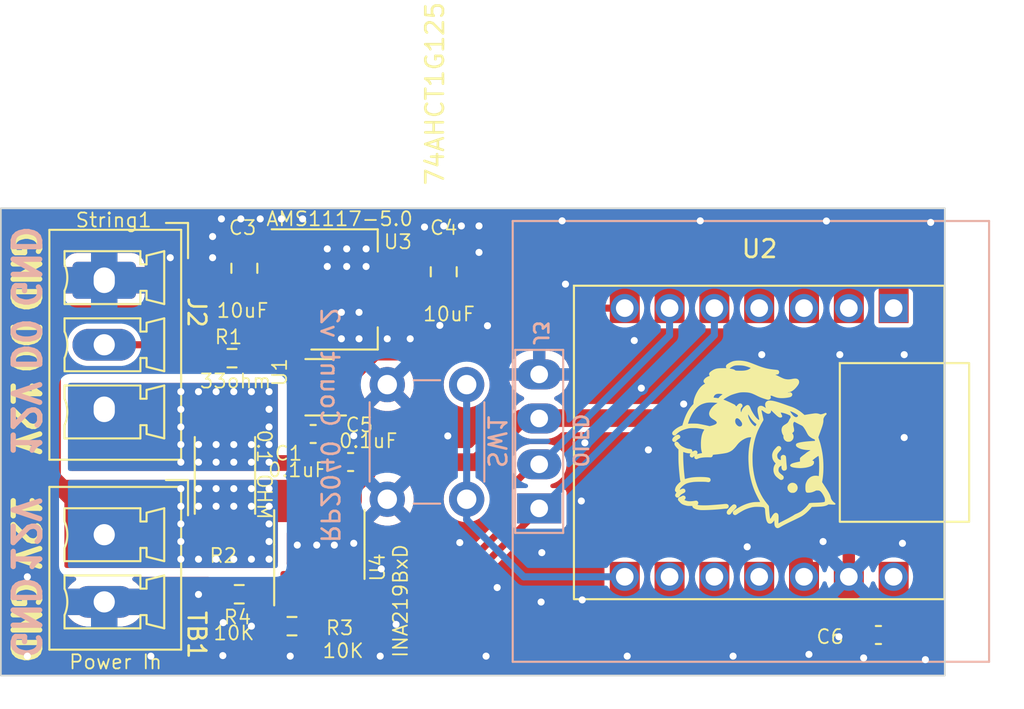
<source format=kicad_pcb>
(kicad_pcb (version 20240108) (generator "pcbnew") (generator_version "8.0")
  (title_block (title "RP2040 Count") (date "2024-02-11") (rev "v2"))
  (layers (0 "F.Cu" signal) (31 "B.Cu" signal) (34 "B.Paste" user) (35 "F.Paste" user) (36 "B.SilkS" user "B.Silkscreen") (37 "F.SilkS" user "F.Silkscreen") (38 "B.Mask" user) (39 "F.Mask" user) (44 "Edge.Cuts" user))
  (net 0 "")
  (net 1 "+5V")
  (net 2 "GND")
  (net 3 "VIN1")
  (net 4 "+3.3V")
  (net 5 "/DOUT1")
  (net 6 "VOUT1")
  (net 7 "I2C_SDA")
  (net 8 "I2C_SCL")
  (net 9 "Net-(R1-Pad2)")
  (net 10 "Net-(U4-A0)")
  (net 11 "Net-(U4-A1)")
  (net 12 "SW1")
  (net 13 "OUT1")
  (footprint "Resistor_SMD:R_2512_6332Metric_Pad1.40x3.35mm_HandSolder" (layer "F.Cu") (at 112.2 88.75 90)
    (property "Reference" "R2" (at -4.55 -0.1 180) (layer "F.SilkS") (effects (font (size 0.8 0.8) (thickness 0.1))))
    (property "Value" "0.1 OHM" (at 0.05 2.23 -90) (layer "F.SilkS") (effects (font (size 0.8 0.8) (thickness 0.1))))
    (pad "1" smd roundrect (at -3.05 0 90) (size 1.4 3.35) (layers "F.Cu" "F.Paste" "F.Mask") (roundrect_rratio 0.1785707143) (net 3 "VIN1"))
    (pad "2" smd roundrect (at 3.05 0 90) (size 1.4 3.35) (layers "F.Cu" "F.Paste" "F.Mask") (roundrect_rratio 0.1785707143) (net 6 "VOUT1"))
  )
  (footprint "Scotts:chewi_15" (layer "F.Cu") (at 143.33 86.78 -90)
    (property "Reference" "G***")
    (property "Value" "LOGO" (hide yes))
  )
  (footprint "Connector_Phoenix_MC:PhoenixContact_MCV_1,5_2-G-3.81_1x02_P3.81mm_Vertical" (layer "F.Cu") (at 105.3575 92.1125 -90)
    (property "Reference" "TB1" (at 5.6875 -5.2425 -90) (layer "F.SilkS"))
    (property "Value" "Power In" (at 7.2175 -0.6425 0) (layer "F.SilkS") (effects (font (size 0.8 0.8) (thickness 0.1))))
    (pad "1" thru_hole roundrect (at 0 0 270) (size 1.8 3.6) (drill 1.2) (layers "*.Cu" "*.Mask") (roundrect_rratio 0.1388888889) (net 3 "VIN1"))
    (pad "2" thru_hole oval (at 3.81 0 270) (size 1.8 3.6) (drill 1.2) (layers "*.Cu" "*.Mask") (net 2 "GND") (thermal_bridge_width 1.5))
  )
  (footprint "Resistor_SMD:R_0603_1608Metric_Pad0.98x0.95mm_HandSolder" (layer "F.Cu") (at 116 97.3 180)
    (property "Reference" "R3" (at -2.7 -0.1 180) (layer "F.SilkS") (effects (font (size 0.8 0.8) (thickness 0.1))))
    (property "Value" "10K" (at -2.9 -1.4 180) (layer "F.SilkS") (effects (font (size 0.8 0.8) (thickness 0.1))))
    (pad "1" smd roundrect (at -0.9125 0 180) (size 0.975 0.95) (layers "F.Cu" "F.Paste" "F.Mask") (net 10 "Net-(U4-A0)"))
    (pad "2" smd roundrect (at 0.9125 0 180) (size 0.975 0.95) (layers "F.Cu" "F.Paste" "F.Mask") (net 2 "GND"))
  )
  (footprint "Capacitor_SMD:C_0603_1608Metric_Pad1.08x0.95mm_HandSolder" (layer "F.Cu") (at 149.2375 97.8)
    (property "Reference" "C6" (at -2.7375 0.1 0) (layer "F.SilkS") (effects (font (size 0.8 0.8) (thickness 0.1))))
    (property "Value" "0.1uF")
    (pad "1" smd roundrect (at -0.8625 0) (size 1.075 0.95) (layers "F.Cu" "F.Paste" "F.Mask") (net 2 "GND") (thermal_gap 0.25))
    (pad "2" smd roundrect (at 0.8625 0) (size 1.075 0.95) (layers "F.Cu" "F.Paste" "F.Mask") (net 1 "+5V"))
  )
  (footprint "Capacitor_SMD:C_0603_1608Metric_Pad1.08x0.95mm_HandSolder" (layer "F.Cu") (at 117.2 86.4)
    (property "Reference" "C1" (at -1.4 1.1 180) (layer "F.SilkS") (effects (font (size 0.8 0.8) (thickness 0.1))))
    (property "Value" "0.1uF" (at -0.9 2.04 180) (layer "F.SilkS") (effects (font (size 0.8 0.8) (thickness 0.1))))
    (pad "1" smd roundrect (at -0.8625 0) (size 1.075 0.95) (layers "F.Cu" "F.Paste" "F.Mask") (net 1 "+5V"))
    (pad "2" smd roundrect (at 0.8625 0) (size 1.075 0.95) (layers "F.Cu" "F.Paste" "F.Mask") (net 2 "GND") (thermal_gap 0.25))
  )
  (footprint "Package_SO:TSOP-5_1.65x3.05mm_P0.95mm" (layer "F.Cu") (at 117.56 83.75 180)
    (property "Reference" "U1" (at 2.26 0.85 -90) (layer "F.SilkS") (effects (font (size 0.8 0.8) (thickness 0.1))))
    (property "Value" "74AHCT1G125" (at -6.54 16.65 -90) (layer "F.SilkS"))
    (pad "1" smd rect (at -1.16 -0.95 180) (size 0.7 0.51) (layers "F.Cu" "F.Paste" "F.Mask") (net 2 "GND") (thermal_gap 0.25))
    (pad "2" smd rect (at -1.16 0 180) (size 0.7 0.51) (layers "F.Cu" "F.Paste" "F.Mask") (net 13 "OUT1"))
    (pad "3" smd rect (at -1.16 0.95 180) (size 0.7 0.51) (layers "F.Cu" "F.Paste" "F.Mask") (net 2 "GND") (thermal_gap 0.25))
    (pad "4" smd rect (at 1.16 0.95 180) (size 0.7 0.51) (layers "F.Cu" "F.Paste" "F.Mask") (net 9 "Net-(R1-Pad2)"))
    (pad "5" smd rect (at 1.16 -0.95 180) (size 0.7 0.51) (layers "F.Cu" "F.Paste" "F.Mask") (net 1 "+5V"))
  )
  (footprint "Package_SO:SOIC-8_3.9x4.9mm_P1.27mm" (layer "F.Cu") (at 117.55 92.67 90)
    (property "Reference" "U4" (at -1.3 3.3 -90) (layer "F.SilkS") (effects (font (size 0.8 0.8) (thickness 0.1))))
    (property "Value" "INA219BxD" (at -3.2 4.6 -90) (layer "F.SilkS") (effects (font (size 0.8 0.8) (thickness 0.1))))
    (pad "1" smd roundrect (at -2.475 -1.905 90) (size 1.95 0.6) (layers "F.Cu" "F.Paste" "F.Mask") (net 11 "Net-(U4-A1)"))
    (pad "2" smd roundrect (at -2.475 -0.635 90) (size 1.95 0.6) (layers "F.Cu" "F.Paste" "F.Mask") (net 10 "Net-(U4-A0)"))
    (pad "3" smd roundrect (at -2.475 0.635 90) (size 1.95 0.6) (layers "F.Cu" "F.Paste" "F.Mask") (net 7 "I2C_SDA"))
    (pad "4" smd roundrect (at -2.475 1.905 90) (size 1.95 0.6) (layers "F.Cu" "F.Paste" "F.Mask") (net 8 "I2C_SCL"))
    (pad "5" smd roundrect (at 2.475 1.905 90) (size 1.95 0.6) (layers "F.Cu" "F.Paste" "F.Mask") (net 4 "+3.3V"))
    (pad "6" smd roundrect (at 2.475 0.635 90) (size 1.95 0.6) (layers "F.Cu" "F.Paste" "F.Mask") (net 2 "GND"))
    (pad "7" smd roundrect (at 2.475 -0.635 90) (size 1.95 0.6) (layers "F.Cu" "F.Paste" "F.Mask") (net 6 "VOUT1"))
    (pad "8" smd roundrect (at 2.475 -1.905 90) (size 1.95 0.6) (layers "F.Cu" "F.Paste" "F.Mask") (net 3 "VIN1"))
  )
  (footprint "Capacitor_SMD:C_0805_2012Metric_Pad1.18x1.45mm_HandSolder" (layer "F.Cu") (at 124.6 77.2 90)
    (property "Reference" "C4" (at 2.5 0 0) (layer "F.SilkS") (effects (font (size 0.8 0.8) (thickness 0.1))))
    (property "Value" "10uF" (at -2.4 0.3 0) (layer "F.SilkS") (effects (font (size 0.8 0.8) (thickness 0.1))))
    (pad "1" smd roundrect (at -1.0375 0 90) (size 1.175 1.45) (layers "F.Cu" "F.Paste" "F.Mask") (roundrect_rratio 0.2127659574) (net 1 "+5V"))
    (pad "2" smd roundrect (at 1.0375 0 90) (size 1.175 1.45) (layers "F.Cu" "F.Paste" "F.Mask") (roundrect_rratio 0.2127659574) (net 2 "GND"))
  )
  (footprint "XIAO_PCB:MOUDLE14P-2.54-21X17.8MM_scott" (layer "F.Cu") (at 142.48 86.88)
    (property "Reference" "U2" (at 0.02 -10.98 0) (layer "F.SilkS"))
    (property "Value" "MOUDLE-SEEEDUINO-XIAO")
    (pad "1" thru_hole rect (at 7.62 -7.62) (size 1.6 1.6) (drill 1) (layers "*.Cu" "*.Mask"))
    (pad "1" smd rect (at 7.62 -7.62 270) (size 3.03 1.7) (drill (offset -0.665 -0.000001)) (layers "F.Cu" "F.Mask"))
    (pad "2" thru_hole circle (at 5.08 -7.62) (size 1.6 1.6) (drill 1) (layers "*.Cu" "*.Mask"))
    (pad "2" smd rect (at 5.08 -7.385 270) (size 3.03 1.7) (drill (offset -0.9 0)) (layers "F.Cu" "F.Mask"))
    (pad "3" thru_hole circle (at 2.54 -7.62) (size 1.6 1.6) (drill 1) (layers "*.Cu" "*.Mask"))
    (pad "3" smd rect (at 2.54 -7.385 270) (size 3.03 1.7) (drill (offset -0.9 0)) (layers "F.Cu" "F.Mask"))
    (pad "4" thru_hole circle (at 0 -7.62) (size 1.6 1.6) (drill 1) (layers "*.Cu" "*.Mask"))
    (pad "4" smd rect (at 0 -7.385 270) (size 3.03 1.7) (drill (offset -0.9 0)) (layers "F.Cu" "F.Mask"))
    (pad "5" thru_hole circle (at -2.54 -7.62) (size 1.6 1.6) (drill 1) (layers "*.Cu" "*.Mask") (net 7 "I2C_SDA"))
    (pad "5" smd rect (at -2.54 -7.385 270) (size 3.03 1.7) (drill (offset -0.9 0)) (layers "F.Cu" "F.Mask") (net 7 "I2C_SDA"))
    (pad "6" thru_hole circle (at -5.08 -7.62) (size 1.6 1.6) (drill 1) (layers "*.Cu" "*.Mask") (net 8 "I2C_SCL"))
    (pad "6" smd rect (at -5.08 -7.385 270) (size 3.03 1.7) (drill (offset -0.9 0)) (layers "F.Cu" "F.Mask") (net 8 "I2C_SCL"))
    (pad "7" thru_hole circle (at -7.62 -7.62) (size 1.6 1.6) (drill 1) (layers "*.Cu" "*.Mask") (net 13 "OUT1"))
    (pad "7" smd rect (at -7.62 -7.385 270) (size 3.03 1.7) (drill (offset -0.9 0)) (layers "F.Cu" "F.Mask") (net 13 "OUT1"))
    (pad "8" smd rect (at -7.62 7.385 90) (size 3.03 1.7) (drill (offset -0.9 0)) (layers "F.Cu" "F.Mask") (net 12 "SW1"))
    (pad "8" thru_hole circle (at -7.62 7.62) (size 1.6 1.6) (drill 1) (layers "*.Cu" "*.Mask") (net 12 "SW1"))
    (pad "9" smd rect (at -5.08 7.385 90) (size 3.03 1.7) (drill (offset -0.9 0)) (layers "F.Cu" "F.Mask"))
    (pad "9" thru_hole circle (at -5.08 7.62) (size 1.6 1.6) (drill 1) (layers "*.Cu" "*.Mask"))
    (pad "10" smd rect (at -2.54 7.385 90) (size 3.03 1.7) (drill (offset -0.9 0)) (layers "F.Cu" "F.Mask"))
    (pad "10" thru_hole circle (at -2.54 7.62) (size 1.6 1.6) (drill 1) (layers "*.Cu" "*.Mask"))
    (pad "11" smd rect (at 0 7.385 90) (size 3.03 1.7) (drill (offset -0.9 0)) (layers "F.Cu" "F.Mask"))
    (pad "11" thru_hole circle (at 0 7.62) (size 1.6 1.6) (drill 1) (layers "*.Cu" "*.Mask"))
    (pad "12" smd rect (at 2.54 7.385 90) (size 3.03 1.7) (drill (offset -0.9 0)) (layers "F.Cu" "F.Mask") (net 4 "+3.3V"))
    (pad "12" thru_hole circle (at 2.54 7.62) (size 1.6 1.6) (drill 1) (layers "*.Cu" "*.Mask") (net 4 "+3.3V"))
    (pad "13" smd rect (at 5.08 7.385 90) (size 3.03 1.7) (drill (offset -0.9 0)) (layers "F.Cu" "F.Mask") (net 2 "GND"))
    (pad "13" thru_hole circle (at 5.08 7.62) (size 1.6 1.6) (drill 1) (layers "*.Cu" "*.Mask") (net 2 "GND"))
    (pad "14" thru_hole circle (at 7.62 7.62) (size 1.6 1.6) (drill 1) (layers "*.Cu" "*.Mask") (net 1 "+5V"))
    (pad "14" smd rect (at 7.62 7.62 90) (size 3.03 1.7) (drill (offset -0.665 0)) (layers "F.Cu" "F.Mask") (net 1 "+5V"))
  )
  (footprint "Resistor_SMD:R_0603_1608Metric_Pad0.98x0.95mm_HandSolder" (layer "F.Cu") (at 112.6 82.1)
    (property "Reference" "R1" (at -0.2 -1.2 0) (layer "F.SilkS") (effects (font (size 0.8 0.8) (thickness 0.1))))
    (property "Value" "33ohm" (at 0.2 1.3 0) (layer "F.SilkS") (effects (font (size 0.8 0.8) (thickness 0.1))))
    (pad "1" smd roundrect (at -0.9125 0) (size 0.975 0.95) (layers "F.Cu" "F.Paste" "F.Mask") (net 5 "/DOUT1"))
    (pad "2" smd roundrect (at 0.9125 0) (size 0.975 0.95) (layers "F.Cu" "F.Paste" "F.Mask") (net 9 "Net-(R1-Pad2)"))
  )
  (footprint "Package_TO_SOT_SMD:SOT-223-3_TabPin2" (layer "F.Cu") (at 118.95 78.2)
    (property "Reference" "U3" (at 3.05 -2.7 0) (layer "F.SilkS") (effects (font (size 0.8 0.8) (thickness 0.1))))
    (property "Value" "AMS1117-5.0" (at -0.25 -4 0) (layer "F.SilkS") (effects (font (size 0.8 0.8) (thickness 0.1))))
    (pad "1" smd rect (at -3.15 -2.3) (size 2 1.5) (layers "F.Cu" "F.Paste" "F.Mask") (net 2 "GND") (thermal_bridge_width 2) (thermal_gap 0.25))
    (pad "2" smd rect (at -3.15 0) (size 2 1.5) (layers "F.Cu" "F.Paste" "F.Mask") (net 1 "+5V"))
    (pad "2" smd rect (at 3.15 0) (size 2 3.8) (layers "F.Cu" "F.Paste" "F.Mask") (net 1 "+5V"))
    (pad "3" smd rect (at -3.15 2.3) (size 2 1.5) (layers "F.Cu" "F.Paste" "F.Mask") (net 3 "VIN1"))
  )
  (footprint "Capacitor_SMD:C_0603_1608Metric_Pad1.08x0.95mm_HandSolder" (layer "F.Cu") (at 119.3225 87.99 180)
    (property "Reference" "C5" (at -0.5 2.1 180) (layer "F.SilkS") (effects (font (size 0.8 0.8) (thickness 0.1))))
    (property "Value" "0.1uF" (at -1 1.2 180) (layer "F.SilkS") (effects (font (size 0.8 0.8) (thickness 0.1))))
    (pad "1" smd roundrect (at -0.8625 0 180) (size 1.075 0.95) (layers "F.Cu" "F.Paste" "F.Mask") (net 4 "+3.3V"))
    (pad "2" smd roundrect (at 0.8625 0 180) (size 1.075 0.95) (layers "F.Cu" "F.Paste" "F.Mask") (net 2 "GND"))
  )
  (footprint "Capacitor_SMD:C_0805_2012Metric_Pad1.18x1.45mm_HandSolder" (layer "F.Cu") (at 113.3 77 90)
    (property "Reference" "C3" (at 2.3 -0.1 0) (layer "F.SilkS") (effects (font (size 0.8 0.8) (thickness 0.1))))
    (property "Value" "10uF" (at -2.4 -0.1 0) (layer "F.SilkS") (effects (font (size 0.8 0.8) (thickness 0.1))))
    (pad "1" smd roundrect (at -1.0375 0 90) (size 1.175 1.45) (layers "F.Cu" "F.Paste" "F.Mask") (roundrect_rratio 0.2127659574) (net 3 "VIN1"))
    (pad "2" smd roundrect (at 1.0375 0 90) (size 1.175 1.45) (layers "F.Cu" "F.Paste" "F.Mask") (roundrect_rratio 0.2127659574) (net 2 "GND") (thermal_bridge_width 1.5) (thermal_gap 0.25))
  )
  (footprint "Resistor_SMD:R_0603_1608Metric_Pad0.98x0.95mm_HandSolder" (layer "F.Cu") (at 113.01 95.49 180)
    (property "Reference" "R4" (at 0.1 -1.3 180) (layer "F.SilkS") (effects (font (size 0.8 0.8) (thickness 0.1))))
    (property "Value" "10K" (at 0.3 -2.2 180) (layer "F.SilkS") (effects (font (size 0.8 0.8) (thickness 0.1))))
    (pad "1" smd roundrect (at -0.9125 0 180) (size 0.975 0.95) (layers "F.Cu" "F.Paste" "F.Mask") (net 11 "Net-(U4-A1)"))
    (pad "2" smd roundrect (at 0.9125 0 180) (size 0.975 0.95) (layers "F.Cu" "F.Paste" "F.Mask") (net 2 "GND"))
  )
  (footprint "Scotts:PhoenixContact_MCV_3.81mm_3.5mm_1x03_Vertical" (layer "F.Cu") (at 105.3575 77.53 -90)
    (property "Reference" "J2" (at 1.97 -5.2425 -90) (layer "F.SilkS"))
    (property "Value" "String1" (at -3.26 -0.5325 0) (layer "F.SilkS") (effects (font (size 0.8 0.8) (thickness 0.1))))
    (pad "1" thru_hole roundrect (at 0.15 0 270) (size 2.1 3.6) (drill oval 1.45 1.2) (layers "*.Cu" "*.Mask") (roundrect_rratio 0.1388890476) (net 2 "GND") (thermal_bridge_width 1.5))
    (pad "2" thru_hole oval (at 3.81 0 270) (size 1.8 3.6) (drill 1.2) (layers "*.Cu" "*.Mask") (net 5 "/DOUT1"))
    (pad "3" thru_hole oval (at 7.47 0 270) (size 2.1 3.6) (drill oval 1.45 1.2) (layers "*.Cu" "*.Mask") (net 6 "VOUT1"))
  )
  (footprint "Scotts:OLED-SSD1306-128X64-I2C-THT_SCOTT2" (layer "B.Cu") (at 130.01 86.82 -90)
    (property "Reference" "J3" (hide yes))
    (property "Value" "OLED" (at -0.05 -2.33 -90) (layer "B.SilkS") (effects (font (size 0.8 0.8)) (justify mirror)))
    (fp_text user "${REFERENCE}" (at -6.14 -0.08 -90) (layer "B.SilkS") (effects (font (size 0.8 0.8)) (justify mirror)))
    (pad "1" thru_hole rect (at 3.8 0 270) (size 1.7 2.5) (drill 1) (layers "*.Cu" "*.Mask") (net 7 "I2C_SDA"))
    (pad "2" thru_hole oval (at 1.3 0 270) (size 1.7 2.5) (drill 1) (layers "*.Cu" "*.Mask") (net 8 "I2C_SCL"))
    (pad "3" thru_hole oval (at -1.3 0 270) (size 1.7 2.5) (drill 1) (layers "*.Cu" "*.Mask") (net 4 "+3.3V"))
    (pad "4" thru_hole oval (at -3.8 0 270) (size 1.7 2.5) (drill 1) (layers "*.Cu" "*.Mask") (net 2 "GND"))
  )
  (footprint "Button_Switch_THT:SW_PUSH_6mm" (layer "B.Cu") (at 125.9 90.1 90)
    (property "Reference" "SW1" (at 3.3 1.7 -90) (layer "B.SilkS") (effects (justify mirror)))
    (property "Value" "Test" (hide yes))
    (pad "1" thru_hole circle (at 0 0) (size 2 2) (drill 1.1) (layers "*.Cu" "*.Mask") (net 12 "SW1"))
    (pad "1" thru_hole circle (at 6.5 0) (size 2 2) (drill 1.1) (layers "*.Cu" "*.Mask") (net 12 "SW1"))
    (pad "2" thru_hole circle (at 0 -4.5) (size 2 2) (drill 1.1) (layers "*.Cu" "*.Mask") (net 2 "GND"))
    (pad "2" thru_hole circle (at 6.5 -4.5) (size 2 2) (drill 1.1) (layers "*.Cu" "*.Mask") (net 2 "GND"))
  )
  (gr_rect (start 99.5 73.6) (end 153 100.1) (stroke (width 0.1)) (fill none) (layer "Edge.Cuts"))
  (gr_text "GND" (at 100 99.3 -90) (layer "B.SilkS") (effects (font (size 1.5 1.5) (thickness 0.3) (bold yes)) (justify left bottom mirror)))
  (gr_text "12V" (at 100 94.4 -90) (layer "B.SilkS") (effects (font (size 1.5 1.5) (thickness 0.3) (bold yes)) (justify left bottom mirror)))
  (gr_text "D0" (at 100 83 -90) (layer "B.SilkS") (effects (font (size 1.5 1.5) (thickness 0.3) (bold yes)) (justify left bottom mirror)))
  (gr_text "12V" (at 100 87.8 -90) (layer "B.SilkS") (effects (font (size 1.5 1.5) (thickness 0.3) (bold yes)) (justify left bottom mirror)))
  (gr_text "GND" (at 100 79.4 -90) (layer "B.SilkS") (effects (font (size 1.5 1.5) (thickness 0.3) (bold yes)) (justify left bottom mirror)))
  (gr_text "${TITLE} ${REVISION}" (at 117.55 92.67 270) (layer "B.SilkS") (effects (font (size 1 1)) (justify left bottom mirror)))
  (gr_text "12V" (at 100 83.2 -90) (layer "F.SilkS") (effects (font (size 1.5 1.5) (thickness 0.3) (bold yes)) (justify left bottom)))
  (gr_text "GND" (at 100 74.7 270) (layer "F.SilkS") (effects (font (size 1.5 1.5) (thickness 0.3) (bold yes)) (justify left bottom)))
  (gr_text "GND" (at 100 94.6 270) (layer "F.SilkS") (effects (font (size 1.5 1.5) (thickness 0.3) (bold yes)) (justify left bottom)))
  (gr_text "12V" (at 100 89.7 -90) (layer "F.SilkS") (effects (font (size 1.5 1.5) (thickness 0.3) (bold yes)) (justify left bottom)))
  (gr_text "D0" (at 100 79.8 270) (layer "F.SilkS") (effects (font (size 1.5 1.5) (thickness 0.3) (bold yes)) (justify left bottom)))
  (segment (start 116.4 84.7) (end 117.4 83.7) (width 0.5) (layer "F.Cu") (net 1))
  (segment (start 117.4 78.2) (end 115.8 78.2) (width 1) (layer "F.Cu") (net 1))
  (segment (start 124.5625 78.2) (end 122.1 78.2) (width 1) (layer "F.Cu") (net 1))
  (segment (start 151.170001 75.9) (end 152.2 76.929999) (width 1) (layer "F.Cu") (net 1))
  (segment (start 152.2 76.929999) (end 152.2 97.1) (width 1) (layer "F.Cu") (net 1))
  (segment (start 128.5625 78.2375) (end 130.9 75.9) (width 1) (layer "F.Cu") (net 1))
  (segment (start 150.1 94.5) (end 150.1 97.8) (width 1) (layer "F.Cu") (net 1))
  (segment (start 116.3375 84.7625) (end 116.4 84.7) (width 0.5) (layer "F.Cu") (net 1))
  (segment (start 122.1 78.2) (end 117.4 78.2) (width 1) (layer "F.Cu") (net 1))
  (segment (start 151.5 97.8) (end 150.1 97.8) (width 1) (layer "F.Cu") (net 1))
  (segment (start 152.2 97.1) (end 151.5 97.8) (width 1) (layer "F.Cu") (net 1))
  (segment (start 124.6 78.2375) (end 128.5625 78.2375) (width 1) (layer "F.Cu") (net 1))
  (segment (start 116.3375 86.4) (end 116.3375 84.7625) (width 0.5) (layer "F.Cu") (net 1))
  (segment (start 117.4 83.7) (end 117.4 78.2) (width 0.5) (layer "F.Cu") (net 1))
  (segment (start 130.9 75.9) (end 151.170001 75.9) (width 1) (layer "F.Cu") (net 1))
  (segment (start 118.72 82.08) (end 119.8 81) (width 0.4) (layer "F.Cu") (net 2))
  (segment (start 119.5 86.5) (end 118.1625 86.5) (width 0.4) (layer "F.Cu") (net 2))
  (segment (start 118.185 92.485) (end 118.4 92.7) (width 0.4) (layer "F.Cu") (net 2))
  (segment (start 118.72 84.7) (end 118.72 85.24) (width 0.4) (layer "F.Cu") (net 2))
  (segment (start 118.185 90.195) (end 118.185 92.485) (width 0.5) (layer "F.Cu") (net 2))
  (segment (start 118.2 86.5375) (end 118.0625 86.4) (width 0.4) (layer "F.Cu") (net 2))
  (segment (start 118.11 86.3525) (end 118.0625 86.4) (width 0.4) (layer "F.Cu") (net 2))
  (segment (start 118.72 82.8) (end 118.72 82.08) (width 0.4) (layer "F.Cu") (net 2))
  (segment (start 118.1625 86.5) (end 118.0625 86.4) (width 0.4) (layer "F.Cu") (net 2))
  (segment (start 118.11 85.85) (end 118.11 86.3525) (width 0.4) (layer "F.Cu") (net 2))
  (segment (start 118.185 90.195) (end 118.185 88.3525) (width 0.5) (layer "F.Cu") (net 2))
  (segment (start 118.72 85.24) (end 118.11 85.85) (width 0.4) (layer "F.Cu") (net 2))
  (segment (start 118.2 87.6625) (end 118.2 86.5375) (width 0.5) (layer "F.Cu") (net 2))
  (segment (start 118.185 88.3525) (end 118.5375 88) (width 0.5) (layer "F.Cu") (net 2))
  (segment (start 118.72 84.7) (end 119.8 84.7) (width 0.4) (layer "F.Cu") (net 2))
  (segment (start 118.5375 88) (end 118.2 87.6625) (width 0.5) (layer "F.Cu") (net 2))
  (via (at 132.45 95.81) (size 0.8) (drill 0.4) (layers "F.Cu" "B.Cu") (net 2))
  (via (at 120.2 76.9) (size 0.8) (drill 0.4) (layers "F.Cu" "B.Cu") (net 2))
  (via (at 119.5 86.5) (size 0.8) (drill 0.4) (layers "F.Cu" "B.Cu") (net 2))
  (via (at 117.4 92.7) (size 0.8) (drill 0.4) (layers "F.Cu" "B.Cu") (net 2))
  (via (at 108 99) (size 0.8) (drill 0.4) (layers "F.Cu" "B.Cu") (net 2))
  (via (at 125.6 74.6) (size 0.8) (drill 0.4) (layers "F.Cu" "B.Cu") (net 2))
  (via (at 115.9 99) (size 0.8) (drill 0.4) (layers "F.Cu" "B.Cu") (net 2))
  (via (at 125.51 92.56) (size 0.8) (drill 0.4) (layers "F.Cu" "B.Cu") (net 2))
  (via (at 127.63 95.11) (size 0.8) (drill 0.4) (layers "F.Cu" "B.Cu") (net 2))
  (via (at 152.2 74.4) (size 0.8) (drill 0.4) (layers "F.Cu" "B.Cu") (net 2))
  (via (at 150.7 81.9) (size 0.8) (drill 0.4) (layers "F.Cu" "B.Cu") (net 2))
  (via (at 151.9 99.2) (size 0.8) (drill 0.4) (layers "F.Cu" "B.Cu") (net 2))
  (via (at 121.4 81) (size 0.8) (drill 0.4) (layers "F.Cu" "B.Cu") (net 2))
  (via (at 118 76.9) (size 0.8) (drill 0.4) (layers "F.Cu" "B.Cu") (net 2))
  (via (at 147.05 81.9) (size 0.8) (drill 0.4) (layers "F.Cu" "B.Cu") (net 2))
  (via (at 119.1 75.9) (size 0.8) (drill 0.4) (layers "F.Cu" "B.Cu") (net 2))
  (via (at 124.6 74.6) (size 0.8) (drill 0.4) (layers "F.Cu" "B.Cu") (net 2))
  (via (at 132.6 86.9) (size 0.8) (drill 0.4) (layers "F.Cu" "B.Cu") (net 2))
  (via (at 109.1 76.4) (size 0.8) (drill 0.4) (layers "F.Cu" "B.Cu") (net 2))
  (via (at 131.5 77.9) (size 0.8) (drill 0.4) (layers "F.Cu" "B.Cu") (net 2))
  (via (at 101 94.5) (size 0.8) (drill 0.4) (layers "F.Cu" "B.Cu") (net 2))
  (via (at 123.51 74.66) (size 0.8) (drill 0.4) (layers "F.Cu" "B.Cu") (net 2))
  (via (at 120.2 75.9) (size 0.8) (drill 0.4) (layers "F.Cu" "B.Cu") (net 2))
  (via (at 119.8 79.5) (size 0.8) (drill 0.4) (layers "F.Cu" "B.Cu") (net 2))
  (via (at 150.6 92.6) (size 0.8) (drill 0.4) (layers "F.Cu" "B.Cu") (net 2))
  (via (at 113.7 97.3) (size 0.8) (drill 0.4) (layers "F.Cu" "B.Cu") (net 2))
  (via (at 114.2 74.2) (size 0.8) (drill 0.4) (layers "F.Cu" "B.Cu") (net 2))
  (via (at 136.2 87.3) (size 0.8) (drill 0.4) (layers "F.Cu" "B.Cu") (net 2))
  (via (at 148.4 99.1) (size 0.8) (drill 0.4) (layers "F.Cu" "B.Cu") (net 2))
  (via (at 146.29 74.32) (size 0.8) (drill 0.4) (layers "F.Cu" "B.Cu") (net 2))
  (via (at 135.8 83.8) (size 0.8) (drill 0.4) (layers "F.Cu" "B.Cu") (net 2))
  (via (at 131.31 74.31) (size 0.8) (drill 0.4) (layers "F.Cu" "B.Cu") (net 2))
  (via (at 141.8 92.8) (size 0.8) (drill 0.4) (layers "F.Cu" "B.Cu") (net 2))
  (via (at 145.3 98.9) (size 0.8) (drill 0.4) (layers "F.Cu" "B.Cu") (net 2))
  (via (at 119.5 92.6) (size 0.8) (drill 0.4) (layers "F.Cu" "B.Cu") (net 2))
  (via (at 116.6 74.2) (size 0.8) (drill 0.4) (layers "F.Cu" "B.Cu") (net 2))
  (via (at 135.4 81.1) (size 0.8) (drill 0.4) (layers "F.Cu" "B.Cu") (net 2))
  (via (at 141 99) (size 0.8) (drill 0.4) (layers "F.Cu" "B.Cu") (net 2))
  (via (at 121.06 94.05) (size 0.8) (drill 0.4) (layers "F.Cu" "B.Cu") (net 2))
  (via (at 118 75.9) (size 0.8) (drill 0.4) (layers "F.Cu" "B.Cu") (net 2))
  (via (at 112 74.2) (size 0.8) (drill 0.4) (layers "F.Cu" "B.Cu") (net 2))
  (via (at 130.12 95.93) (size 0.8) (drill 0.4) (layers "F.Cu" "B.Cu") (net 2))
  (via (at 110.7 95.5) (size 0.8) (drill 0.4) (layers "F.Cu" "B.Cu") (net 2))
  (via (at 139.14 74.31) (size 0.8) (drill 0.4) (layers "F.Cu" "B.Cu") (net 2))
  (via (at 111.5 76.4) (size 0.8) (drill 0.4) (layers "F.Cu" "B.Cu") (net 2))
  (via (at 147 97.9) (size 0.8) (drill 0.4) (layers "F.Cu" "B.Cu") (net 2))
  (via (at 146.1 92.5) (size 0.8) (drill 0.4) (layers "F.Cu" "B.Cu") (net 2))
  (via (at 121.9 97.2) (size 0.8) (drill 0.4) (layers "F.Cu" "B.Cu") (net 2))
  (via (at 112.1 97.1) (size 0.8) (drill 0.4) (layers "F.Cu" "B.Cu") (net 2))
  (via (at 122.7 81) (size 0.8) (drill 0.4) (layers "F.Cu" "B.Cu") (net 2))
  (via (at 116.3 92.7) (size 0.8) (drill 0.4) (layers "F.Cu" "B.Cu") (net 2))
  (via (at 121 99) (size 0.8) (drill 0.4) (layers "F.Cu" "B.Cu") (net 2))
  (via (at 126.6 76.1) (size 0.8) (drill 0.4) (layers "F.Cu" "B.Cu") (net 2))
  (via (at 112.08 98.97) (size 0.8) (drill 0.4) (layers "F.Cu" "B.Cu") (net 2))
  (via (at 113.1 74.2) (size 0.8) (drill 0.4) (layers "F.Cu" "B.Cu") (net 2))
  (via (at 142.625 81.9) (size 0.8) (drill 0.4) (layers "F.Cu" "B.Cu") (net 2))
  (via (at 118.8 81) (size 0.8) (drill 0.4) (layers "F.Cu" "B.Cu") (net 2))
  (via (at 130.16 93.13) (size 0.8) (drill 0.4) (layers "F.Cu" "B.Cu") (net 2))
  (via (at 135 99) (size 0.8) (drill 0.4) (layers "F.Cu" "B.Cu") (net 2))
  (via (at 132.4 90.2) (size 0.8) (drill 0.4) (layers "F.Cu" "B.Cu") (net 2))
  (via (at 124.83 86.51) (size 0.8) (drill 0.4) (layers "F.Cu" "B.Cu") (net 2))
  (via (at 111.5 75.2) (size 0.8) (drill 0.4) (layers "F.Cu" "B.Cu") (net 2))
  (via (at 119.8 81) (size 0.8) (drill 0.4) (layers "F.Cu" "B.Cu") (net 2))
  (via (at 115.4 74.2) (size 0.8) (drill 0.4) (layers "F.Cu" "B.Cu") (net 2))
  (via (at 101 99) (size 0.8) (drill 0.4) (layers "F.Cu" "B.Cu") (net 2))
  (via (at 138.2 84.7) (size 0.8) (drill 0.4) (layers "F.Cu" "B.Cu") (net 2))
  (via (at 124.38 80.24) (size 0.8) (drill 0.4) (layers "F.Cu" "B.Cu") (net 2))
  (via (at 127.08 80.26) (size 0.8) (drill 0.4) (layers "F.Cu" "B.Cu") (net 2))
  (via (at 150.7 86.6) (size 0.8) (drill 0.4) (layers "F.Cu" "B.Cu") (net 2))
  (via (at 126.6 74.6) (size 0.8) (drill 0.4) (layers "F.Cu" "B.Cu") (net 2))
  (via (at 127 99) (size 0.8) (drill 0.4) (layers "F.Cu" "B.Cu") (net 2))
  (via (at 119.1 76.9) (size 0.8) (drill 0.4) (layers "F.Cu" "B.Cu") (net 2))
  (via (at 118.8 79.5) (size 0.8) (drill 0.4) (layers "F.Cu" "B.Cu") (net 2))
  (via (at 118.4 92.7) (size 0.8) (drill 0.4) (layers "F.Cu" "B.Cu") (net 2))
  (segment (start 115.8 80.5) (end 113.8 80.5) (width 1) (layer "F.Cu") (net 3))
  (segment (start 110.15 79.6) (end 111.59 78.16) (width 1) (layer "F.Cu") (net 3))
  (segment (start 115.005 90.195) (end 114.7 90.5) (width 0.5) (layer "F.Cu") (net 3))
  (segment (start 105.3575 91.8575) (end 102.4 88.9) (width 1) (layer "F.Cu") (net 3))
  (segment (start 113.1775 78.16) (end 113.3 78.0375) (width 1) (layer "F.Cu") (net 3))
  (segment (start 111.59 78.16) (end 113.1775 78.16) (width 1) (layer "F.Cu") (net 3))
  (segment (start 103.268406 79.6) (end 110.15 79.6) (width 1) (layer "F.Cu") (net 3))
  (segment (start 105.3575 92.1125) (end 105.3575 91.8575) (width 1) (layer "F.Cu") (net 3))
  (segment (start 102.4 88.9) (end 102.4 80.468406) (width 1) (layer "F.Cu") (net 3))
  (segment (start 102.4 80.468406) (end 103.268406 79.6) (width 1) (layer "F.Cu") (net 3))
  (segment (start 115.645 90.195) (end 115.005 90.195) (width 0.5) (layer "F.Cu") (net 3))
  (segment (start 113.8 80.5) (end 113.3 80) (width 1) (layer "F.Cu") (net 3))
  (segment (start 113.3 80) (end 113.3 78.0375) (width 1) (layer "F.Cu") (net 3))
  (via (at 112.7 90.5) (size 0.8) (drill 0.4) (layers "F.Cu" "B.Cu") (net 3))
  (via (at 113.7 90.5) (size 0.8) (drill 0.4) (layers "F.Cu" "B.Cu") (net 3))
  (via (at 111.7 93.5) (size 0.8) (drill 0.4) (layers "F.Cu" "B.Cu") (net 3))
  (via (at 114.7 92.5) (size 0.8) (drill 0.4) (layers "F.Cu" "B.Cu") (net 3))
  (via (at 114.7 89.5) (size 0.8) (drill 0.4) (layers "F.Cu" "B.Cu") (net 3))
  (via (at 110.7 93.5) (size 0.8) (drill 0.4) (layers "F.Cu" "B.Cu") (net 3))
  (via (at 112.7 89.5) (size 0.8) (drill 0.4) (layers "F.Cu" "B.Cu") (net 3))
  (via (at 110.7 90.5) (size 0.8) (drill 0.4) (layers "F.Cu" "B.Cu") (net 3))
  (via (at 111.7 89.5) (size 0.8) (drill 0.4) (layers "F.Cu" "B.Cu") (net 3))
  (via (at 112.7 93.5) (size 0.8) (drill 0.4) (layers "F.Cu" "B.Cu") (net 3))
  (via (at 109.7 89.5) (size 0.8) (drill 0.4) (layers "F.Cu" "B.Cu") (net 3))
  (via (at 113.7 89.5) (size 0.8) (drill 0.4) (layers "F.Cu" "B.Cu") (net 3))
  (via (at 113.7 93.5) (size 0.8) (drill 0.4) (layers "F.Cu" "B.Cu") (net 3))
  (via (at 109.7 93.5) (size 0.8) (drill 0.4) (layers "F.Cu" "B.Cu") (net 3))
  (via (at 114.7 93.5) (size 0.8) (drill 0.4) (layers "F.Cu" "B.Cu") (net 3))
  (via (at 110.7 89.5) (size 0.8) (drill 0.4) (layers "F.Cu" "B.Cu") (net 3))
  (via (at 114.7 91.5) (size 0.8) (drill 0.4) (layers "F.Cu" "B.Cu") (net 3))
  (via (at 114.7 90.5) (size 0.8) (drill 0.4) (layers "F.Cu" "B.Cu") (net 3))
  (via (at 109.7 91.5) (size 0.8) (drill 0.4) (layers "F.Cu" "B.Cu") (net 3))
  (via (at 109.7 90.5) (size 0.8) (drill 0.4) (layers "F.Cu" "B.Cu") (net 3))
  (via (at 111.7 90.5) (size 0.8) (drill 0.4) (layers "F.Cu" "B.Cu") (net 3))
  (via (at 109.7 92.5) (size 0.8) (drill 0.4) (layers "F.Cu" "B.Cu") (net 3))
  (segment (start 136.880635 85.5) (end 145.02 93.639365) (width 1) (layer "F.Cu") (net 4))
  (segment (start 130.01 85.52) (end 130.03 85.5) (width 1) (layer "F.Cu") (net 4))
  (segment (start 130.03 85.5) (end 136.880635 85.5) (width 1) (layer "F.Cu") (net 4))
  (segment (start 128.98 85.52) (end 130.01 85.52) (width 1) (layer "F.Cu") (net 4))
  (segment (start 119.455 89.3825) (end 119.455 90.195) (width 1) (layer "F.Cu") (net 4))
  (segment (start 120.2625 88) (end 120.2625 88.575) (width 1) (layer "F.Cu") (net 4))
  (segment (start 120.2625 88) (end 126.5 88) (width 1) (layer "F.Cu") (net 4))
  (segment (start 145.02 93.639365) (end 145.02 94.5) (width 1) (layer "F.Cu") (net 4))
  (segment (start 120.2625 88.575) (end 119.455 89.3825) (width 1) (layer "F.Cu") (net 4))
  (segment (start 126.5 88) (end 128.98 85.52) (width 1) (layer "F.Cu") (net 4))
  (segment (start 110.9275 81.34) (end 105.3575 81.34) (width 0.4) (layer "F.Cu") (net 5))
  (segment (start 111.6875 82.1) (end 110.9275 81.34) (width 0.4) (layer "F.Cu") (net 5))
  (segment (start 116.8 88.3) (end 116.915 88.415) (width 0.5) (layer "F.Cu") (net 6))
  (segment (start 116.8 88) (end 116.8 88.3) (width 0.5) (layer "F.Cu") (net 6))
  (segment (start 116.915 88.415) (end 116.915 90.195) (width 0.5) (layer "F.Cu") (net 6))
  (segment (start 114.7 88) (end 116.8 88) (width 0.5) (layer "F.Cu") (net 6))
  (via (at 114.7 86) (size 0.8) (drill 0.4) (layers "F.Cu" "B.Cu") (net 6))
  (via (at 114.7 85) (size 0.8) (drill 0.4) (layers "F.Cu" "B.Cu") (net 6))
  (via (at 111.7 84) (size 0.8) (drill 0.4) (layers "F.Cu" "B.Cu") (net 6))
  (via (at 110.7 84) (size 0.8) (drill 0.4) (layers "F.Cu" "B.Cu") (net 6))
  (via (at 114.7 84) (size 0.8) (drill 0.4) (layers "F.Cu" "B.Cu") (net 6))
  (via (at 114.7 87) (size 0.8) (drill 0.4) (layers "F.Cu" "B.Cu") (net 6))
  (via (at 109.7 85) (size 0.8) (drill 0.4) (layers "F.Cu" "B.Cu") (net 6))
  (via (at 111.7 88) (size 0.8) (drill 0.4) (layers "F.Cu" "B.Cu") (net 6))
  (via (at 113.7 84) (size 0.8) (drill 0.4) (layers "F.Cu" "B.Cu") (net 6))
  (via (at 109.7 86) (size 0.8) (drill 0.4) (layers "F.Cu" "B.Cu") (net 6))
  (via (at 110.7 88) (size 0.8) (drill 0.4) (layers "F.Cu" "B.Cu") (net 6))
  (via (at 112.7 88) (size 0.8) (drill 0.4) (layers "F.Cu" "B.Cu") (net 6))
  (via (at 109.7 88) (size 0.8) (drill 0.4) (layers "F.Cu" "B.Cu") (net 6))
  (via (at 109.7 87) (size 0.8) (drill 0.4) (layers "F.Cu" "B.Cu") (net 6))
  (via (at 110.7 87) (size 0.8) (drill 0.4) (layers "F.Cu" "B.Cu") (net 6))
  (via (at 114.7 88) (size 0.8) (drill 0.4) (layers "F.Cu" "B.Cu") (net 6))
  (via (at 109.7 84) (size 0.8) (drill 0.4) (layers "F.Cu" "B.Cu") (net 6))
  (via (at 113.7 87) (size 0.8) (drill 0.4) (layers "F.Cu" "B.Cu") (net 6))
  (via (at 112.7 84) (size 0.8) (drill 0.4) (layers "F.Cu" "B.Cu") (net 6))
  (via (at 112.7 87) (size 0.8) (drill 0.4) (layers "F.Cu" "B.Cu") (net 6))
  (via (at 111.7 87) (size 0.8) (drill 0.4) (layers "F.Cu" "B.Cu") (net 6))
  (via (at 113.7 88) (size 0.8) (drill 0.4) (layers "F.Cu" "B.Cu") (net 6))
  (segment (start 121.2 96) (end 120.4 96.8) (width 0.4) (layer "F.Cu") (net 7))
  (segment (start 119 96.8) (end 118.185 95.985) (width 0.4) (layer "F.Cu") (net 7))
  (segment (start 118.185 95.985) (end 118.185 95.145) (width 0.4) (layer "F.Cu") (net 7))
  (segment (start 124.7 96) (end 121.2 96) (width 0.4) (layer "F.Cu") (net 7))
  (segment (start 130.01 90.69) (end 124.7 96) (width 0.4) (layer "F.Cu") (net 7))
  (segment (start 120.4 96.8) (end 119 96.8) (width 0.4) (layer "F.Cu") (net 7))
  (segment (start 130.01 90.62) (end 130.01 90.69) (width 0.4) (layer "F.Cu") (net 7))
  (segment (start 130.111371 90.62) (end 130.01 90.62) (width 0.4) (layer "B.Cu") (net 7))
  (segment (start 139.94 79.26) (end 139.94 80.791371) (width 0.4) (layer "B.Cu") (net 7))
  (segment (start 139.94 80.791371) (end 130.111371 90.62) (width 0.4) (layer "B.Cu") (net 7))
  (segment (start 130.01 88.12) (end 129.68 88.12) (width 0.4) (layer "F.Cu") (net 8))
  (segment (start 119.485 95.175) (end 119.455 95.145) (width 0.4) (layer "F.Cu") (net 8))
  (segment (start 127.8 90) (end 127.8 91.9) (width 0.4) (layer "F.Cu") (net 8))
  (segment (start 124.525 95.175) (end 119.485 95.175) (width 0.4) (layer "F.Cu") (net 8))
  (segment (start 129.68 88.12) (end 127.8 90) (width 0.4) (layer "F.Cu") (net 8))
  (segment (start 127.8 91.9) (end 124.525 95.175) (width 0.4) (layer "F.Cu") (net 8))
  (segment (start 130.01 88.12) (end 130.08 88.12) (width 0.4) (layer "B.Cu") (net 8))
  (segment (start 137.4 80.8) (end 137.4 79.26) (width 0.4) (layer "B.Cu") (net 8))
  (segment (start 130.08 88.12) (end 137.4 80.8) (width 0.4) (layer "B.Cu") (net 8))
  (segment (start 116.4 82.8) (end 115.7 82.1) (width 0.4) (layer "F.Cu") (net 9))
  (segment (start 115.7 82.1) (end 113.5125 82.1) (width 0.4) (layer "F.Cu") (net 9))
  (segment (start 116.915 95.145) (end 116.915 97.2975) (width 0.4) (layer "F.Cu") (net 10))
  (segment (start 116.915 97.2975) (end 116.9125 97.3) (width 0.4) (layer "F.Cu") (net 10))
  (segment (start 115.3 95.49) (end 115.645 95.145) (width 0.4) (layer "F.Cu") (net 11))
  (segment (start 113.9225 95.49) (end 115.3 95.49) (width 0.4) (layer "F.Cu") (net 11))
  (segment (start 125.9 90.1) (end 125.9 91.26) (width 0.4) (layer "B.Cu") (net 12))
  (segment (start 125.9 83.6) (end 125.9 90.1) (width 0.4) (layer "B.Cu") (net 12))
  (segment (start 129.14 94.5) (end 134.86 94.5) (width 0.4) (layer "B.Cu") (net 12))
  (segment (start 125.9 91.26) (end 129.14 94.5) (width 0.4) (layer "B.Cu") (net 12))
  (segment (start 119.06 83.75) (end 120.78 82.03) (width 0.4) (layer "F.Cu") (net 13))
  (segment (start 120.78 82.03) (end 128.17 82.03) (width 0.4) (layer "F.Cu") (net 13))
  (segment (start 130.94 79.26) (end 134.86 79.26) (width 0.4) (layer "F.Cu") (net 13))
  (segment (start 128.17 82.03) (end 130.94 79.26) (width 0.4) (layer "F.Cu") (net 13))
  (segment (start 118.72 83.75) (end 119.06 83.75) (width 0.4) (layer "F.Cu") (net 13))
  (zone (net 6) (net_name "VOUT1") (layer "F.Cu") (priority 4) (connect_pads yes (clearance 0.5)) (min_thickness 0.25) (fill yes (thermal_gap 0.5) (thermal_bridge_width 0.5))
    (polygon (pts (xy 103.1 83.5) (xy 115.2 83.5) (xy 115.2 87.6) (xy 117.5 87.6) (xy 117.5 91.4) (xy 116.4 91.4) (xy 116.4 88.5) (xy 103.1 88.5)))
  )
  (zone (net 2) (net_name "GND") (layer "F.Cu") (priority 3) (connect_pads (clearance 0.3)) (min_thickness 0.25) (fill yes (thermal_gap 0.5) (thermal_bridge_width 0.7))
    (polygon (pts (xy 99.5 72.5) (xy 157.5 72.5) (xy 157.5 102) (xy 99.5 102)))
  )
  (zone (net 3) (net_name "VIN1") (layer "F.Cu") (priority 4) (connect_pads yes (clearance 0.5)) (min_thickness 0.25) (fill yes (thermal_gap 0.5) (thermal_bridge_width 0.5))
    (polygon (pts (xy 103.1 94) (xy 115.2 94) (xy 115.2 91.4) (xy 116.2 91.4) (xy 116.2 89) (xy 103.1 89)))
  )
  (zone (net 2) (net_name "GND") (layer "B.Cu") (priority 3) (connect_pads (clearance 0.3)) (min_thickness 0.25) (fill yes (thermal_gap 0.5) (thermal_bridge_width 0.7))
    (polygon (pts (xy 99.5 72.5) (xy 157.5 72.5) (xy 157.5 102) (xy 99.5 102)))
  )
  (zone (net 6) (net_name "VOUT1") (layer "B.Cu") (priority 4) (connect_pads yes (clearance 0.5)) (min_thickness 0.25) (fill yes (thermal_gap 0.5) (thermal_bridge_width 0.5))
    (polygon (pts (xy 103.3 83.5) (xy 115.2 83.5) (xy 115.2 88.5) (xy 103.3 88.5)))
  )
  (zone (net 3) (net_name "VIN1") (layer "B.Cu") (priority 4) (connect_pads yes (clearance 0.5)) (min_thickness 0.25) (fill yes (thermal_gap 0.5) (thermal_bridge_width 0.5))
    (polygon (pts (xy 103.3 89) (xy 115.2 89) (xy 115.2 94) (xy 103.3 94)))
  )
)
</source>
